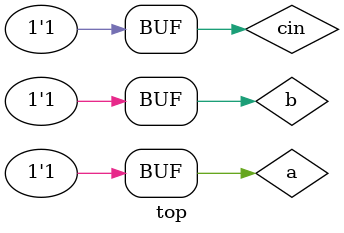
<source format=v>
module fulladder_bh (a, b, cin, sum, cout);
input a, b, cin;
output sum, cout;
wire s1,s2,s3;
xor x1(sum,a,b,cin);
and a1(s1,a,b);
and a2(s2,a,cin);
and a3(s3,b,cin);
or o1(cout,s1,s2,s3);
endmodule

`timescale 1ns / 1ps
module top;
reg  a,b,cin;
wire sum, cout;  
fulladder adder(.a(a), .b(b), .cin(cin), .sum(sum), .cout(cout));
 initial begin
 
 #100; 
 
 a =1;
 b <=0;
 cin =0;
 #10;
 a =0;
 b =1;
 cin =0;
 #10;
 a=1;
 b =1;
 cin=0;
 #10;
 a =0;
 b =0;
 cin =1;
 #10;
 a =1;
 b =0;
 cin =1;
 #10;
 a =1;
 b =0;
 cin =1;
 #10;
 a =0;
 b =1;
 cin =1;
 #10;
 a=1;
 b =1;
 cin =1;
 
 end
      
endmodule 
</source>
